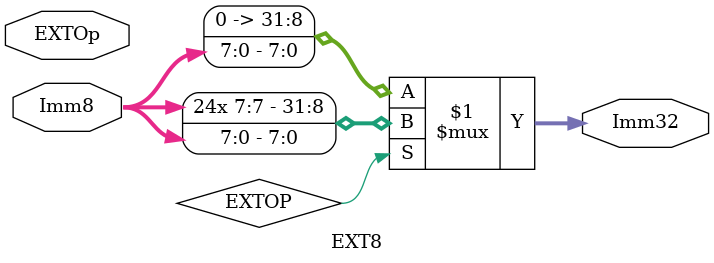
<source format=v>

module EXT16( Imm16,EXTOp,Imm32 );
    
   input  [15:0] Imm16;
   input         EXTOp;
   output [31:0] Imm32;
   
   assign Imm32 = (EXTOP) ? {{16{Imm16[15]}}, Imm16} : {16'd0, Imm16}; // signed-extension or zero extension
       
endmodule

module EXT8( Imm8,EXTOp,Imm32 );
    
   input  [7:0]  Imm8;
   input         EXTOp;
   output [31:0] Imm32;
   
   assign Imm32 = (EXTOP) ? {{24{Imm8[7]}}, Imm8} : {24'd0, Imm8}; // signed-extension or zero extension
       
endmodule

</source>
